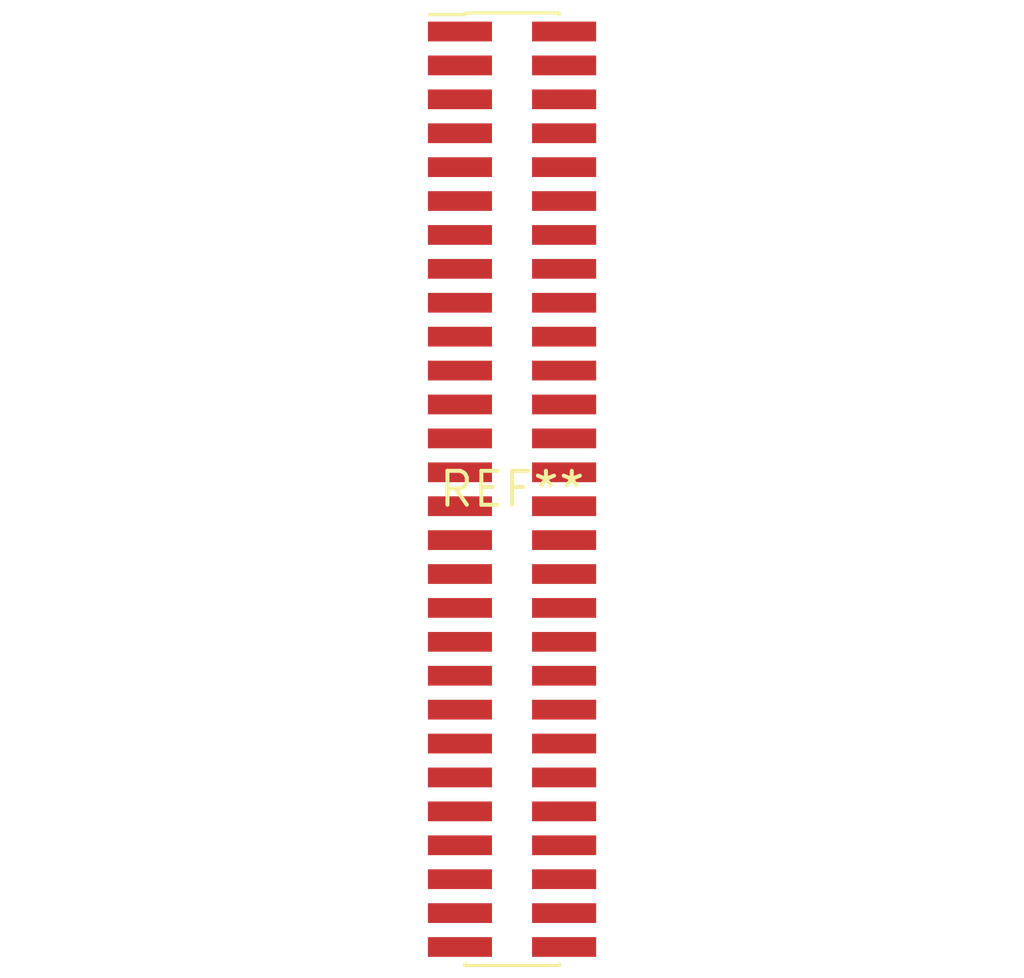
<source format=kicad_pcb>
(kicad_pcb (version 20240108) (generator pcbnew)
  (layers (0 "F.Cu" signal) (31 "B.Cu" signal) (34 "B.Paste" user) (35 "F.Paste" user) (36 "B.SilkS" user "B.Silkscreen") (37 "F.SilkS" user "F.Silkscreen") (38 "B.Mask" user) (39 "F.Mask" user) (44 "Edge.Cuts" user))
  (net 0 "")
  (footprint "PinHeader_2x28_P1.27mm_Vertical_SMD" (layer "F.Cu") (at 0 0)
    (property "Reference" "REF**")
    (property "Value" "PinHeader_2x28_P1.27mm_Vertical_SMD")
    (fp_line (start -3.09 -17.775) (end -1.765 -17.775) (layer "F.SilkS") (stroke (width 0.12)))
    (fp_line (start -1.765 -17.84) (end -1.765 -17.775) (layer "F.SilkS") (stroke (width 0.12)))
    (fp_line (start -1.765 -17.84) (end 1.765 -17.84) (layer "F.SilkS") (stroke (width 0.12)))
    (fp_line (start -1.765 17.775) (end -1.765 17.84) (layer "F.SilkS") (stroke (width 0.12)))
    (fp_line (start -1.765 17.84) (end 1.765 17.84) (layer "F.SilkS") (stroke (width 0.12)))
    (fp_line (start 1.765 -17.84) (end 1.765 -17.775) (layer "F.SilkS") (stroke (width 0.12)))
    (fp_line (start 1.765 17.775) (end 1.765 17.84) (layer "F.SilkS") (stroke (width 0.12)))
    (pad "1" smd rect (at -1.95 -17.145) (size 2.4 0.74) (layers "F.Cu" "F.Paste" "F.Mask"))
    (pad "2" smd rect (at 1.95 -17.145) (size 2.4 0.74) (layers "F.Cu" "F.Paste" "F.Mask"))
    (pad "3" smd rect (at -1.95 -15.875) (size 2.4 0.74) (layers "F.Cu" "F.Paste" "F.Mask"))
    (pad "4" smd rect (at 1.95 -15.875) (size 2.4 0.74) (layers "F.Cu" "F.Paste" "F.Mask"))
    (pad "5" smd rect (at -1.95 -14.605) (size 2.4 0.74) (layers "F.Cu" "F.Paste" "F.Mask"))
    (pad "6" smd rect (at 1.95 -14.605) (size 2.4 0.74) (layers "F.Cu" "F.Paste" "F.Mask"))
    (pad "7" smd rect (at -1.95 -13.335) (size 2.4 0.74) (layers "F.Cu" "F.Paste" "F.Mask"))
    (pad "8" smd rect (at 1.95 -13.335) (size 2.4 0.74) (layers "F.Cu" "F.Paste" "F.Mask"))
    (pad "9" smd rect (at -1.95 -12.065) (size 2.4 0.74) (layers "F.Cu" "F.Paste" "F.Mask"))
    (pad "10" smd rect (at 1.95 -12.065) (size 2.4 0.74) (layers "F.Cu" "F.Paste" "F.Mask"))
    (pad "11" smd rect (at -1.95 -10.795) (size 2.4 0.74) (layers "F.Cu" "F.Paste" "F.Mask"))
    (pad "12" smd rect (at 1.95 -10.795) (size 2.4 0.74) (layers "F.Cu" "F.Paste" "F.Mask"))
    (pad "13" smd rect (at -1.95 -9.525) (size 2.4 0.74) (layers "F.Cu" "F.Paste" "F.Mask"))
    (pad "14" smd rect (at 1.95 -9.525) (size 2.4 0.74) (layers "F.Cu" "F.Paste" "F.Mask"))
    (pad "15" smd rect (at -1.95 -8.255) (size 2.4 0.74) (layers "F.Cu" "F.Paste" "F.Mask"))
    (pad "16" smd rect (at 1.95 -8.255) (size 2.4 0.74) (layers "F.Cu" "F.Paste" "F.Mask"))
    (pad "17" smd rect (at -1.95 -6.985) (size 2.4 0.74) (layers "F.Cu" "F.Paste" "F.Mask"))
    (pad "18" smd rect (at 1.95 -6.985) (size 2.4 0.74) (layers "F.Cu" "F.Paste" "F.Mask"))
    (pad "19" smd rect (at -1.95 -5.715) (size 2.4 0.74) (layers "F.Cu" "F.Paste" "F.Mask"))
    (pad "20" smd rect (at 1.95 -5.715) (size 2.4 0.74) (layers "F.Cu" "F.Paste" "F.Mask"))
    (pad "21" smd rect (at -1.95 -4.445) (size 2.4 0.74) (layers "F.Cu" "F.Paste" "F.Mask"))
    (pad "22" smd rect (at 1.95 -4.445) (size 2.4 0.74) (layers "F.Cu" "F.Paste" "F.Mask"))
    (pad "23" smd rect (at -1.95 -3.175) (size 2.4 0.74) (layers "F.Cu" "F.Paste" "F.Mask"))
    (pad "24" smd rect (at 1.95 -3.175) (size 2.4 0.74) (layers "F.Cu" "F.Paste" "F.Mask"))
    (pad "25" smd rect (at -1.95 -1.905) (size 2.4 0.74) (layers "F.Cu" "F.Paste" "F.Mask"))
    (pad "26" smd rect (at 1.95 -1.905) (size 2.4 0.74) (layers "F.Cu" "F.Paste" "F.Mask"))
    (pad "27" smd rect (at -1.95 -0.635) (size 2.4 0.74) (layers "F.Cu" "F.Paste" "F.Mask"))
    (pad "28" smd rect (at 1.95 -0.635) (size 2.4 0.74) (layers "F.Cu" "F.Paste" "F.Mask"))
    (pad "29" smd rect (at -1.95 0.635) (size 2.4 0.74) (layers "F.Cu" "F.Paste" "F.Mask"))
    (pad "30" smd rect (at 1.95 0.635) (size 2.4 0.74) (layers "F.Cu" "F.Paste" "F.Mask"))
    (pad "31" smd rect (at -1.95 1.905) (size 2.4 0.74) (layers "F.Cu" "F.Paste" "F.Mask"))
    (pad "32" smd rect (at 1.95 1.905) (size 2.4 0.74) (layers "F.Cu" "F.Paste" "F.Mask"))
    (pad "33" smd rect (at -1.95 3.175) (size 2.4 0.74) (layers "F.Cu" "F.Paste" "F.Mask"))
    (pad "34" smd rect (at 1.95 3.175) (size 2.4 0.74) (layers "F.Cu" "F.Paste" "F.Mask"))
    (pad "35" smd rect (at -1.95 4.445) (size 2.4 0.74) (layers "F.Cu" "F.Paste" "F.Mask"))
    (pad "36" smd rect (at 1.95 4.445) (size 2.4 0.74) (layers "F.Cu" "F.Paste" "F.Mask"))
    (pad "37" smd rect (at -1.95 5.715) (size 2.4 0.74) (layers "F.Cu" "F.Paste" "F.Mask"))
    (pad "38" smd rect (at 1.95 5.715) (size 2.4 0.74) (layers "F.Cu" "F.Paste" "F.Mask"))
    (pad "39" smd rect (at -1.95 6.985) (size 2.4 0.74) (layers "F.Cu" "F.Paste" "F.Mask"))
    (pad "40" smd rect (at 1.95 6.985) (size 2.4 0.74) (layers "F.Cu" "F.Paste" "F.Mask"))
    (pad "41" smd rect (at -1.95 8.255) (size 2.4 0.74) (layers "F.Cu" "F.Paste" "F.Mask"))
    (pad "42" smd rect (at 1.95 8.255) (size 2.4 0.74) (layers "F.Cu" "F.Paste" "F.Mask"))
    (pad "43" smd rect (at -1.95 9.525) (size 2.4 0.74) (layers "F.Cu" "F.Paste" "F.Mask"))
    (pad "44" smd rect (at 1.95 9.525) (size 2.4 0.74) (layers "F.Cu" "F.Paste" "F.Mask"))
    (pad "45" smd rect (at -1.95 10.795) (size 2.4 0.74) (layers "F.Cu" "F.Paste" "F.Mask"))
    (pad "46" smd rect (at 1.95 10.795) (size 2.4 0.74) (layers "F.Cu" "F.Paste" "F.Mask"))
    (pad "47" smd rect (at -1.95 12.065) (size 2.4 0.74) (layers "F.Cu" "F.Paste" "F.Mask"))
    (pad "48" smd rect (at 1.95 12.065) (size 2.4 0.74) (layers "F.Cu" "F.Paste" "F.Mask"))
    (pad "49" smd rect (at -1.95 13.335) (size 2.4 0.74) (layers "F.Cu" "F.Paste" "F.Mask"))
    (pad "50" smd rect (at 1.95 13.335) (size 2.4 0.74) (layers "F.Cu" "F.Paste" "F.Mask"))
    (pad "51" smd rect (at -1.95 14.605) (size 2.4 0.74) (layers "F.Cu" "F.Paste" "F.Mask"))
    (pad "52" smd rect (at 1.95 14.605) (size 2.4 0.74) (layers "F.Cu" "F.Paste" "F.Mask"))
    (pad "53" smd rect (at -1.95 15.875) (size 2.4 0.74) (layers "F.Cu" "F.Paste" "F.Mask"))
    (pad "54" smd rect (at 1.95 15.875) (size 2.4 0.74) (layers "F.Cu" "F.Paste" "F.Mask"))
    (pad "55" smd rect (at -1.95 17.145) (size 2.4 0.74) (layers "F.Cu" "F.Paste" "F.Mask"))
    (pad "56" smd rect (at 1.95 17.145) (size 2.4 0.74) (layers "F.Cu" "F.Paste" "F.Mask"))
  )
)
</source>
